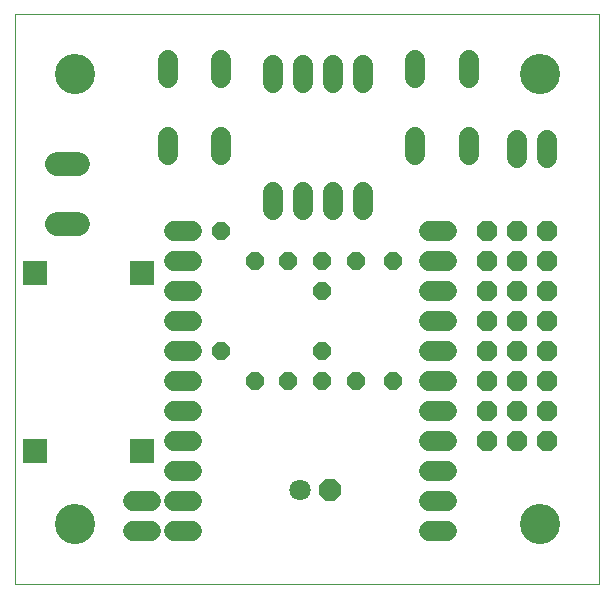
<source format=gts>
G75*
%MOIN*%
%OFA0B0*%
%FSLAX25Y25*%
%IPPOS*%
%LPD*%
%AMOC8*
5,1,8,0,0,1.08239X$1,22.5*
%
%ADD10C,0.00000*%
%ADD11C,0.06800*%
%ADD12R,0.08400X0.08400*%
%ADD13C,0.07850*%
%ADD14OC8,0.06000*%
%ADD15OC8,0.07100*%
%ADD16C,0.07100*%
%ADD17OC8,0.06800*%
%ADD18C,0.13398*%
D10*
X0006600Y0001600D02*
X0006600Y0191561D01*
X0201551Y0191561D01*
X0201551Y0001600D01*
X0006600Y0001600D01*
X0020301Y0021600D02*
X0020303Y0021758D01*
X0020309Y0021916D01*
X0020319Y0022074D01*
X0020333Y0022232D01*
X0020351Y0022389D01*
X0020372Y0022546D01*
X0020398Y0022702D01*
X0020428Y0022858D01*
X0020461Y0023013D01*
X0020499Y0023166D01*
X0020540Y0023319D01*
X0020585Y0023471D01*
X0020634Y0023622D01*
X0020687Y0023771D01*
X0020743Y0023919D01*
X0020803Y0024065D01*
X0020867Y0024210D01*
X0020935Y0024353D01*
X0021006Y0024495D01*
X0021080Y0024635D01*
X0021158Y0024772D01*
X0021240Y0024908D01*
X0021324Y0025042D01*
X0021413Y0025173D01*
X0021504Y0025302D01*
X0021599Y0025429D01*
X0021696Y0025554D01*
X0021797Y0025676D01*
X0021901Y0025795D01*
X0022008Y0025912D01*
X0022118Y0026026D01*
X0022231Y0026137D01*
X0022346Y0026246D01*
X0022464Y0026351D01*
X0022585Y0026453D01*
X0022708Y0026553D01*
X0022834Y0026649D01*
X0022962Y0026742D01*
X0023092Y0026832D01*
X0023225Y0026918D01*
X0023360Y0027002D01*
X0023496Y0027081D01*
X0023635Y0027158D01*
X0023776Y0027230D01*
X0023918Y0027300D01*
X0024062Y0027365D01*
X0024208Y0027427D01*
X0024355Y0027485D01*
X0024504Y0027540D01*
X0024654Y0027591D01*
X0024805Y0027638D01*
X0024957Y0027681D01*
X0025110Y0027720D01*
X0025265Y0027756D01*
X0025420Y0027787D01*
X0025576Y0027815D01*
X0025732Y0027839D01*
X0025889Y0027859D01*
X0026047Y0027875D01*
X0026204Y0027887D01*
X0026363Y0027895D01*
X0026521Y0027899D01*
X0026679Y0027899D01*
X0026837Y0027895D01*
X0026996Y0027887D01*
X0027153Y0027875D01*
X0027311Y0027859D01*
X0027468Y0027839D01*
X0027624Y0027815D01*
X0027780Y0027787D01*
X0027935Y0027756D01*
X0028090Y0027720D01*
X0028243Y0027681D01*
X0028395Y0027638D01*
X0028546Y0027591D01*
X0028696Y0027540D01*
X0028845Y0027485D01*
X0028992Y0027427D01*
X0029138Y0027365D01*
X0029282Y0027300D01*
X0029424Y0027230D01*
X0029565Y0027158D01*
X0029704Y0027081D01*
X0029840Y0027002D01*
X0029975Y0026918D01*
X0030108Y0026832D01*
X0030238Y0026742D01*
X0030366Y0026649D01*
X0030492Y0026553D01*
X0030615Y0026453D01*
X0030736Y0026351D01*
X0030854Y0026246D01*
X0030969Y0026137D01*
X0031082Y0026026D01*
X0031192Y0025912D01*
X0031299Y0025795D01*
X0031403Y0025676D01*
X0031504Y0025554D01*
X0031601Y0025429D01*
X0031696Y0025302D01*
X0031787Y0025173D01*
X0031876Y0025042D01*
X0031960Y0024908D01*
X0032042Y0024772D01*
X0032120Y0024635D01*
X0032194Y0024495D01*
X0032265Y0024353D01*
X0032333Y0024210D01*
X0032397Y0024065D01*
X0032457Y0023919D01*
X0032513Y0023771D01*
X0032566Y0023622D01*
X0032615Y0023471D01*
X0032660Y0023319D01*
X0032701Y0023166D01*
X0032739Y0023013D01*
X0032772Y0022858D01*
X0032802Y0022702D01*
X0032828Y0022546D01*
X0032849Y0022389D01*
X0032867Y0022232D01*
X0032881Y0022074D01*
X0032891Y0021916D01*
X0032897Y0021758D01*
X0032899Y0021600D01*
X0032897Y0021442D01*
X0032891Y0021284D01*
X0032881Y0021126D01*
X0032867Y0020968D01*
X0032849Y0020811D01*
X0032828Y0020654D01*
X0032802Y0020498D01*
X0032772Y0020342D01*
X0032739Y0020187D01*
X0032701Y0020034D01*
X0032660Y0019881D01*
X0032615Y0019729D01*
X0032566Y0019578D01*
X0032513Y0019429D01*
X0032457Y0019281D01*
X0032397Y0019135D01*
X0032333Y0018990D01*
X0032265Y0018847D01*
X0032194Y0018705D01*
X0032120Y0018565D01*
X0032042Y0018428D01*
X0031960Y0018292D01*
X0031876Y0018158D01*
X0031787Y0018027D01*
X0031696Y0017898D01*
X0031601Y0017771D01*
X0031504Y0017646D01*
X0031403Y0017524D01*
X0031299Y0017405D01*
X0031192Y0017288D01*
X0031082Y0017174D01*
X0030969Y0017063D01*
X0030854Y0016954D01*
X0030736Y0016849D01*
X0030615Y0016747D01*
X0030492Y0016647D01*
X0030366Y0016551D01*
X0030238Y0016458D01*
X0030108Y0016368D01*
X0029975Y0016282D01*
X0029840Y0016198D01*
X0029704Y0016119D01*
X0029565Y0016042D01*
X0029424Y0015970D01*
X0029282Y0015900D01*
X0029138Y0015835D01*
X0028992Y0015773D01*
X0028845Y0015715D01*
X0028696Y0015660D01*
X0028546Y0015609D01*
X0028395Y0015562D01*
X0028243Y0015519D01*
X0028090Y0015480D01*
X0027935Y0015444D01*
X0027780Y0015413D01*
X0027624Y0015385D01*
X0027468Y0015361D01*
X0027311Y0015341D01*
X0027153Y0015325D01*
X0026996Y0015313D01*
X0026837Y0015305D01*
X0026679Y0015301D01*
X0026521Y0015301D01*
X0026363Y0015305D01*
X0026204Y0015313D01*
X0026047Y0015325D01*
X0025889Y0015341D01*
X0025732Y0015361D01*
X0025576Y0015385D01*
X0025420Y0015413D01*
X0025265Y0015444D01*
X0025110Y0015480D01*
X0024957Y0015519D01*
X0024805Y0015562D01*
X0024654Y0015609D01*
X0024504Y0015660D01*
X0024355Y0015715D01*
X0024208Y0015773D01*
X0024062Y0015835D01*
X0023918Y0015900D01*
X0023776Y0015970D01*
X0023635Y0016042D01*
X0023496Y0016119D01*
X0023360Y0016198D01*
X0023225Y0016282D01*
X0023092Y0016368D01*
X0022962Y0016458D01*
X0022834Y0016551D01*
X0022708Y0016647D01*
X0022585Y0016747D01*
X0022464Y0016849D01*
X0022346Y0016954D01*
X0022231Y0017063D01*
X0022118Y0017174D01*
X0022008Y0017288D01*
X0021901Y0017405D01*
X0021797Y0017524D01*
X0021696Y0017646D01*
X0021599Y0017771D01*
X0021504Y0017898D01*
X0021413Y0018027D01*
X0021324Y0018158D01*
X0021240Y0018292D01*
X0021158Y0018428D01*
X0021080Y0018565D01*
X0021006Y0018705D01*
X0020935Y0018847D01*
X0020867Y0018990D01*
X0020803Y0019135D01*
X0020743Y0019281D01*
X0020687Y0019429D01*
X0020634Y0019578D01*
X0020585Y0019729D01*
X0020540Y0019881D01*
X0020499Y0020034D01*
X0020461Y0020187D01*
X0020428Y0020342D01*
X0020398Y0020498D01*
X0020372Y0020654D01*
X0020351Y0020811D01*
X0020333Y0020968D01*
X0020319Y0021126D01*
X0020309Y0021284D01*
X0020303Y0021442D01*
X0020301Y0021600D01*
X0020301Y0171600D02*
X0020303Y0171758D01*
X0020309Y0171916D01*
X0020319Y0172074D01*
X0020333Y0172232D01*
X0020351Y0172389D01*
X0020372Y0172546D01*
X0020398Y0172702D01*
X0020428Y0172858D01*
X0020461Y0173013D01*
X0020499Y0173166D01*
X0020540Y0173319D01*
X0020585Y0173471D01*
X0020634Y0173622D01*
X0020687Y0173771D01*
X0020743Y0173919D01*
X0020803Y0174065D01*
X0020867Y0174210D01*
X0020935Y0174353D01*
X0021006Y0174495D01*
X0021080Y0174635D01*
X0021158Y0174772D01*
X0021240Y0174908D01*
X0021324Y0175042D01*
X0021413Y0175173D01*
X0021504Y0175302D01*
X0021599Y0175429D01*
X0021696Y0175554D01*
X0021797Y0175676D01*
X0021901Y0175795D01*
X0022008Y0175912D01*
X0022118Y0176026D01*
X0022231Y0176137D01*
X0022346Y0176246D01*
X0022464Y0176351D01*
X0022585Y0176453D01*
X0022708Y0176553D01*
X0022834Y0176649D01*
X0022962Y0176742D01*
X0023092Y0176832D01*
X0023225Y0176918D01*
X0023360Y0177002D01*
X0023496Y0177081D01*
X0023635Y0177158D01*
X0023776Y0177230D01*
X0023918Y0177300D01*
X0024062Y0177365D01*
X0024208Y0177427D01*
X0024355Y0177485D01*
X0024504Y0177540D01*
X0024654Y0177591D01*
X0024805Y0177638D01*
X0024957Y0177681D01*
X0025110Y0177720D01*
X0025265Y0177756D01*
X0025420Y0177787D01*
X0025576Y0177815D01*
X0025732Y0177839D01*
X0025889Y0177859D01*
X0026047Y0177875D01*
X0026204Y0177887D01*
X0026363Y0177895D01*
X0026521Y0177899D01*
X0026679Y0177899D01*
X0026837Y0177895D01*
X0026996Y0177887D01*
X0027153Y0177875D01*
X0027311Y0177859D01*
X0027468Y0177839D01*
X0027624Y0177815D01*
X0027780Y0177787D01*
X0027935Y0177756D01*
X0028090Y0177720D01*
X0028243Y0177681D01*
X0028395Y0177638D01*
X0028546Y0177591D01*
X0028696Y0177540D01*
X0028845Y0177485D01*
X0028992Y0177427D01*
X0029138Y0177365D01*
X0029282Y0177300D01*
X0029424Y0177230D01*
X0029565Y0177158D01*
X0029704Y0177081D01*
X0029840Y0177002D01*
X0029975Y0176918D01*
X0030108Y0176832D01*
X0030238Y0176742D01*
X0030366Y0176649D01*
X0030492Y0176553D01*
X0030615Y0176453D01*
X0030736Y0176351D01*
X0030854Y0176246D01*
X0030969Y0176137D01*
X0031082Y0176026D01*
X0031192Y0175912D01*
X0031299Y0175795D01*
X0031403Y0175676D01*
X0031504Y0175554D01*
X0031601Y0175429D01*
X0031696Y0175302D01*
X0031787Y0175173D01*
X0031876Y0175042D01*
X0031960Y0174908D01*
X0032042Y0174772D01*
X0032120Y0174635D01*
X0032194Y0174495D01*
X0032265Y0174353D01*
X0032333Y0174210D01*
X0032397Y0174065D01*
X0032457Y0173919D01*
X0032513Y0173771D01*
X0032566Y0173622D01*
X0032615Y0173471D01*
X0032660Y0173319D01*
X0032701Y0173166D01*
X0032739Y0173013D01*
X0032772Y0172858D01*
X0032802Y0172702D01*
X0032828Y0172546D01*
X0032849Y0172389D01*
X0032867Y0172232D01*
X0032881Y0172074D01*
X0032891Y0171916D01*
X0032897Y0171758D01*
X0032899Y0171600D01*
X0032897Y0171442D01*
X0032891Y0171284D01*
X0032881Y0171126D01*
X0032867Y0170968D01*
X0032849Y0170811D01*
X0032828Y0170654D01*
X0032802Y0170498D01*
X0032772Y0170342D01*
X0032739Y0170187D01*
X0032701Y0170034D01*
X0032660Y0169881D01*
X0032615Y0169729D01*
X0032566Y0169578D01*
X0032513Y0169429D01*
X0032457Y0169281D01*
X0032397Y0169135D01*
X0032333Y0168990D01*
X0032265Y0168847D01*
X0032194Y0168705D01*
X0032120Y0168565D01*
X0032042Y0168428D01*
X0031960Y0168292D01*
X0031876Y0168158D01*
X0031787Y0168027D01*
X0031696Y0167898D01*
X0031601Y0167771D01*
X0031504Y0167646D01*
X0031403Y0167524D01*
X0031299Y0167405D01*
X0031192Y0167288D01*
X0031082Y0167174D01*
X0030969Y0167063D01*
X0030854Y0166954D01*
X0030736Y0166849D01*
X0030615Y0166747D01*
X0030492Y0166647D01*
X0030366Y0166551D01*
X0030238Y0166458D01*
X0030108Y0166368D01*
X0029975Y0166282D01*
X0029840Y0166198D01*
X0029704Y0166119D01*
X0029565Y0166042D01*
X0029424Y0165970D01*
X0029282Y0165900D01*
X0029138Y0165835D01*
X0028992Y0165773D01*
X0028845Y0165715D01*
X0028696Y0165660D01*
X0028546Y0165609D01*
X0028395Y0165562D01*
X0028243Y0165519D01*
X0028090Y0165480D01*
X0027935Y0165444D01*
X0027780Y0165413D01*
X0027624Y0165385D01*
X0027468Y0165361D01*
X0027311Y0165341D01*
X0027153Y0165325D01*
X0026996Y0165313D01*
X0026837Y0165305D01*
X0026679Y0165301D01*
X0026521Y0165301D01*
X0026363Y0165305D01*
X0026204Y0165313D01*
X0026047Y0165325D01*
X0025889Y0165341D01*
X0025732Y0165361D01*
X0025576Y0165385D01*
X0025420Y0165413D01*
X0025265Y0165444D01*
X0025110Y0165480D01*
X0024957Y0165519D01*
X0024805Y0165562D01*
X0024654Y0165609D01*
X0024504Y0165660D01*
X0024355Y0165715D01*
X0024208Y0165773D01*
X0024062Y0165835D01*
X0023918Y0165900D01*
X0023776Y0165970D01*
X0023635Y0166042D01*
X0023496Y0166119D01*
X0023360Y0166198D01*
X0023225Y0166282D01*
X0023092Y0166368D01*
X0022962Y0166458D01*
X0022834Y0166551D01*
X0022708Y0166647D01*
X0022585Y0166747D01*
X0022464Y0166849D01*
X0022346Y0166954D01*
X0022231Y0167063D01*
X0022118Y0167174D01*
X0022008Y0167288D01*
X0021901Y0167405D01*
X0021797Y0167524D01*
X0021696Y0167646D01*
X0021599Y0167771D01*
X0021504Y0167898D01*
X0021413Y0168027D01*
X0021324Y0168158D01*
X0021240Y0168292D01*
X0021158Y0168428D01*
X0021080Y0168565D01*
X0021006Y0168705D01*
X0020935Y0168847D01*
X0020867Y0168990D01*
X0020803Y0169135D01*
X0020743Y0169281D01*
X0020687Y0169429D01*
X0020634Y0169578D01*
X0020585Y0169729D01*
X0020540Y0169881D01*
X0020499Y0170034D01*
X0020461Y0170187D01*
X0020428Y0170342D01*
X0020398Y0170498D01*
X0020372Y0170654D01*
X0020351Y0170811D01*
X0020333Y0170968D01*
X0020319Y0171126D01*
X0020309Y0171284D01*
X0020303Y0171442D01*
X0020301Y0171600D01*
X0175301Y0171600D02*
X0175303Y0171758D01*
X0175309Y0171916D01*
X0175319Y0172074D01*
X0175333Y0172232D01*
X0175351Y0172389D01*
X0175372Y0172546D01*
X0175398Y0172702D01*
X0175428Y0172858D01*
X0175461Y0173013D01*
X0175499Y0173166D01*
X0175540Y0173319D01*
X0175585Y0173471D01*
X0175634Y0173622D01*
X0175687Y0173771D01*
X0175743Y0173919D01*
X0175803Y0174065D01*
X0175867Y0174210D01*
X0175935Y0174353D01*
X0176006Y0174495D01*
X0176080Y0174635D01*
X0176158Y0174772D01*
X0176240Y0174908D01*
X0176324Y0175042D01*
X0176413Y0175173D01*
X0176504Y0175302D01*
X0176599Y0175429D01*
X0176696Y0175554D01*
X0176797Y0175676D01*
X0176901Y0175795D01*
X0177008Y0175912D01*
X0177118Y0176026D01*
X0177231Y0176137D01*
X0177346Y0176246D01*
X0177464Y0176351D01*
X0177585Y0176453D01*
X0177708Y0176553D01*
X0177834Y0176649D01*
X0177962Y0176742D01*
X0178092Y0176832D01*
X0178225Y0176918D01*
X0178360Y0177002D01*
X0178496Y0177081D01*
X0178635Y0177158D01*
X0178776Y0177230D01*
X0178918Y0177300D01*
X0179062Y0177365D01*
X0179208Y0177427D01*
X0179355Y0177485D01*
X0179504Y0177540D01*
X0179654Y0177591D01*
X0179805Y0177638D01*
X0179957Y0177681D01*
X0180110Y0177720D01*
X0180265Y0177756D01*
X0180420Y0177787D01*
X0180576Y0177815D01*
X0180732Y0177839D01*
X0180889Y0177859D01*
X0181047Y0177875D01*
X0181204Y0177887D01*
X0181363Y0177895D01*
X0181521Y0177899D01*
X0181679Y0177899D01*
X0181837Y0177895D01*
X0181996Y0177887D01*
X0182153Y0177875D01*
X0182311Y0177859D01*
X0182468Y0177839D01*
X0182624Y0177815D01*
X0182780Y0177787D01*
X0182935Y0177756D01*
X0183090Y0177720D01*
X0183243Y0177681D01*
X0183395Y0177638D01*
X0183546Y0177591D01*
X0183696Y0177540D01*
X0183845Y0177485D01*
X0183992Y0177427D01*
X0184138Y0177365D01*
X0184282Y0177300D01*
X0184424Y0177230D01*
X0184565Y0177158D01*
X0184704Y0177081D01*
X0184840Y0177002D01*
X0184975Y0176918D01*
X0185108Y0176832D01*
X0185238Y0176742D01*
X0185366Y0176649D01*
X0185492Y0176553D01*
X0185615Y0176453D01*
X0185736Y0176351D01*
X0185854Y0176246D01*
X0185969Y0176137D01*
X0186082Y0176026D01*
X0186192Y0175912D01*
X0186299Y0175795D01*
X0186403Y0175676D01*
X0186504Y0175554D01*
X0186601Y0175429D01*
X0186696Y0175302D01*
X0186787Y0175173D01*
X0186876Y0175042D01*
X0186960Y0174908D01*
X0187042Y0174772D01*
X0187120Y0174635D01*
X0187194Y0174495D01*
X0187265Y0174353D01*
X0187333Y0174210D01*
X0187397Y0174065D01*
X0187457Y0173919D01*
X0187513Y0173771D01*
X0187566Y0173622D01*
X0187615Y0173471D01*
X0187660Y0173319D01*
X0187701Y0173166D01*
X0187739Y0173013D01*
X0187772Y0172858D01*
X0187802Y0172702D01*
X0187828Y0172546D01*
X0187849Y0172389D01*
X0187867Y0172232D01*
X0187881Y0172074D01*
X0187891Y0171916D01*
X0187897Y0171758D01*
X0187899Y0171600D01*
X0187897Y0171442D01*
X0187891Y0171284D01*
X0187881Y0171126D01*
X0187867Y0170968D01*
X0187849Y0170811D01*
X0187828Y0170654D01*
X0187802Y0170498D01*
X0187772Y0170342D01*
X0187739Y0170187D01*
X0187701Y0170034D01*
X0187660Y0169881D01*
X0187615Y0169729D01*
X0187566Y0169578D01*
X0187513Y0169429D01*
X0187457Y0169281D01*
X0187397Y0169135D01*
X0187333Y0168990D01*
X0187265Y0168847D01*
X0187194Y0168705D01*
X0187120Y0168565D01*
X0187042Y0168428D01*
X0186960Y0168292D01*
X0186876Y0168158D01*
X0186787Y0168027D01*
X0186696Y0167898D01*
X0186601Y0167771D01*
X0186504Y0167646D01*
X0186403Y0167524D01*
X0186299Y0167405D01*
X0186192Y0167288D01*
X0186082Y0167174D01*
X0185969Y0167063D01*
X0185854Y0166954D01*
X0185736Y0166849D01*
X0185615Y0166747D01*
X0185492Y0166647D01*
X0185366Y0166551D01*
X0185238Y0166458D01*
X0185108Y0166368D01*
X0184975Y0166282D01*
X0184840Y0166198D01*
X0184704Y0166119D01*
X0184565Y0166042D01*
X0184424Y0165970D01*
X0184282Y0165900D01*
X0184138Y0165835D01*
X0183992Y0165773D01*
X0183845Y0165715D01*
X0183696Y0165660D01*
X0183546Y0165609D01*
X0183395Y0165562D01*
X0183243Y0165519D01*
X0183090Y0165480D01*
X0182935Y0165444D01*
X0182780Y0165413D01*
X0182624Y0165385D01*
X0182468Y0165361D01*
X0182311Y0165341D01*
X0182153Y0165325D01*
X0181996Y0165313D01*
X0181837Y0165305D01*
X0181679Y0165301D01*
X0181521Y0165301D01*
X0181363Y0165305D01*
X0181204Y0165313D01*
X0181047Y0165325D01*
X0180889Y0165341D01*
X0180732Y0165361D01*
X0180576Y0165385D01*
X0180420Y0165413D01*
X0180265Y0165444D01*
X0180110Y0165480D01*
X0179957Y0165519D01*
X0179805Y0165562D01*
X0179654Y0165609D01*
X0179504Y0165660D01*
X0179355Y0165715D01*
X0179208Y0165773D01*
X0179062Y0165835D01*
X0178918Y0165900D01*
X0178776Y0165970D01*
X0178635Y0166042D01*
X0178496Y0166119D01*
X0178360Y0166198D01*
X0178225Y0166282D01*
X0178092Y0166368D01*
X0177962Y0166458D01*
X0177834Y0166551D01*
X0177708Y0166647D01*
X0177585Y0166747D01*
X0177464Y0166849D01*
X0177346Y0166954D01*
X0177231Y0167063D01*
X0177118Y0167174D01*
X0177008Y0167288D01*
X0176901Y0167405D01*
X0176797Y0167524D01*
X0176696Y0167646D01*
X0176599Y0167771D01*
X0176504Y0167898D01*
X0176413Y0168027D01*
X0176324Y0168158D01*
X0176240Y0168292D01*
X0176158Y0168428D01*
X0176080Y0168565D01*
X0176006Y0168705D01*
X0175935Y0168847D01*
X0175867Y0168990D01*
X0175803Y0169135D01*
X0175743Y0169281D01*
X0175687Y0169429D01*
X0175634Y0169578D01*
X0175585Y0169729D01*
X0175540Y0169881D01*
X0175499Y0170034D01*
X0175461Y0170187D01*
X0175428Y0170342D01*
X0175398Y0170498D01*
X0175372Y0170654D01*
X0175351Y0170811D01*
X0175333Y0170968D01*
X0175319Y0171126D01*
X0175309Y0171284D01*
X0175303Y0171442D01*
X0175301Y0171600D01*
X0175301Y0021600D02*
X0175303Y0021758D01*
X0175309Y0021916D01*
X0175319Y0022074D01*
X0175333Y0022232D01*
X0175351Y0022389D01*
X0175372Y0022546D01*
X0175398Y0022702D01*
X0175428Y0022858D01*
X0175461Y0023013D01*
X0175499Y0023166D01*
X0175540Y0023319D01*
X0175585Y0023471D01*
X0175634Y0023622D01*
X0175687Y0023771D01*
X0175743Y0023919D01*
X0175803Y0024065D01*
X0175867Y0024210D01*
X0175935Y0024353D01*
X0176006Y0024495D01*
X0176080Y0024635D01*
X0176158Y0024772D01*
X0176240Y0024908D01*
X0176324Y0025042D01*
X0176413Y0025173D01*
X0176504Y0025302D01*
X0176599Y0025429D01*
X0176696Y0025554D01*
X0176797Y0025676D01*
X0176901Y0025795D01*
X0177008Y0025912D01*
X0177118Y0026026D01*
X0177231Y0026137D01*
X0177346Y0026246D01*
X0177464Y0026351D01*
X0177585Y0026453D01*
X0177708Y0026553D01*
X0177834Y0026649D01*
X0177962Y0026742D01*
X0178092Y0026832D01*
X0178225Y0026918D01*
X0178360Y0027002D01*
X0178496Y0027081D01*
X0178635Y0027158D01*
X0178776Y0027230D01*
X0178918Y0027300D01*
X0179062Y0027365D01*
X0179208Y0027427D01*
X0179355Y0027485D01*
X0179504Y0027540D01*
X0179654Y0027591D01*
X0179805Y0027638D01*
X0179957Y0027681D01*
X0180110Y0027720D01*
X0180265Y0027756D01*
X0180420Y0027787D01*
X0180576Y0027815D01*
X0180732Y0027839D01*
X0180889Y0027859D01*
X0181047Y0027875D01*
X0181204Y0027887D01*
X0181363Y0027895D01*
X0181521Y0027899D01*
X0181679Y0027899D01*
X0181837Y0027895D01*
X0181996Y0027887D01*
X0182153Y0027875D01*
X0182311Y0027859D01*
X0182468Y0027839D01*
X0182624Y0027815D01*
X0182780Y0027787D01*
X0182935Y0027756D01*
X0183090Y0027720D01*
X0183243Y0027681D01*
X0183395Y0027638D01*
X0183546Y0027591D01*
X0183696Y0027540D01*
X0183845Y0027485D01*
X0183992Y0027427D01*
X0184138Y0027365D01*
X0184282Y0027300D01*
X0184424Y0027230D01*
X0184565Y0027158D01*
X0184704Y0027081D01*
X0184840Y0027002D01*
X0184975Y0026918D01*
X0185108Y0026832D01*
X0185238Y0026742D01*
X0185366Y0026649D01*
X0185492Y0026553D01*
X0185615Y0026453D01*
X0185736Y0026351D01*
X0185854Y0026246D01*
X0185969Y0026137D01*
X0186082Y0026026D01*
X0186192Y0025912D01*
X0186299Y0025795D01*
X0186403Y0025676D01*
X0186504Y0025554D01*
X0186601Y0025429D01*
X0186696Y0025302D01*
X0186787Y0025173D01*
X0186876Y0025042D01*
X0186960Y0024908D01*
X0187042Y0024772D01*
X0187120Y0024635D01*
X0187194Y0024495D01*
X0187265Y0024353D01*
X0187333Y0024210D01*
X0187397Y0024065D01*
X0187457Y0023919D01*
X0187513Y0023771D01*
X0187566Y0023622D01*
X0187615Y0023471D01*
X0187660Y0023319D01*
X0187701Y0023166D01*
X0187739Y0023013D01*
X0187772Y0022858D01*
X0187802Y0022702D01*
X0187828Y0022546D01*
X0187849Y0022389D01*
X0187867Y0022232D01*
X0187881Y0022074D01*
X0187891Y0021916D01*
X0187897Y0021758D01*
X0187899Y0021600D01*
X0187897Y0021442D01*
X0187891Y0021284D01*
X0187881Y0021126D01*
X0187867Y0020968D01*
X0187849Y0020811D01*
X0187828Y0020654D01*
X0187802Y0020498D01*
X0187772Y0020342D01*
X0187739Y0020187D01*
X0187701Y0020034D01*
X0187660Y0019881D01*
X0187615Y0019729D01*
X0187566Y0019578D01*
X0187513Y0019429D01*
X0187457Y0019281D01*
X0187397Y0019135D01*
X0187333Y0018990D01*
X0187265Y0018847D01*
X0187194Y0018705D01*
X0187120Y0018565D01*
X0187042Y0018428D01*
X0186960Y0018292D01*
X0186876Y0018158D01*
X0186787Y0018027D01*
X0186696Y0017898D01*
X0186601Y0017771D01*
X0186504Y0017646D01*
X0186403Y0017524D01*
X0186299Y0017405D01*
X0186192Y0017288D01*
X0186082Y0017174D01*
X0185969Y0017063D01*
X0185854Y0016954D01*
X0185736Y0016849D01*
X0185615Y0016747D01*
X0185492Y0016647D01*
X0185366Y0016551D01*
X0185238Y0016458D01*
X0185108Y0016368D01*
X0184975Y0016282D01*
X0184840Y0016198D01*
X0184704Y0016119D01*
X0184565Y0016042D01*
X0184424Y0015970D01*
X0184282Y0015900D01*
X0184138Y0015835D01*
X0183992Y0015773D01*
X0183845Y0015715D01*
X0183696Y0015660D01*
X0183546Y0015609D01*
X0183395Y0015562D01*
X0183243Y0015519D01*
X0183090Y0015480D01*
X0182935Y0015444D01*
X0182780Y0015413D01*
X0182624Y0015385D01*
X0182468Y0015361D01*
X0182311Y0015341D01*
X0182153Y0015325D01*
X0181996Y0015313D01*
X0181837Y0015305D01*
X0181679Y0015301D01*
X0181521Y0015301D01*
X0181363Y0015305D01*
X0181204Y0015313D01*
X0181047Y0015325D01*
X0180889Y0015341D01*
X0180732Y0015361D01*
X0180576Y0015385D01*
X0180420Y0015413D01*
X0180265Y0015444D01*
X0180110Y0015480D01*
X0179957Y0015519D01*
X0179805Y0015562D01*
X0179654Y0015609D01*
X0179504Y0015660D01*
X0179355Y0015715D01*
X0179208Y0015773D01*
X0179062Y0015835D01*
X0178918Y0015900D01*
X0178776Y0015970D01*
X0178635Y0016042D01*
X0178496Y0016119D01*
X0178360Y0016198D01*
X0178225Y0016282D01*
X0178092Y0016368D01*
X0177962Y0016458D01*
X0177834Y0016551D01*
X0177708Y0016647D01*
X0177585Y0016747D01*
X0177464Y0016849D01*
X0177346Y0016954D01*
X0177231Y0017063D01*
X0177118Y0017174D01*
X0177008Y0017288D01*
X0176901Y0017405D01*
X0176797Y0017524D01*
X0176696Y0017646D01*
X0176599Y0017771D01*
X0176504Y0017898D01*
X0176413Y0018027D01*
X0176324Y0018158D01*
X0176240Y0018292D01*
X0176158Y0018428D01*
X0176080Y0018565D01*
X0176006Y0018705D01*
X0175935Y0018847D01*
X0175867Y0018990D01*
X0175803Y0019135D01*
X0175743Y0019281D01*
X0175687Y0019429D01*
X0175634Y0019578D01*
X0175585Y0019729D01*
X0175540Y0019881D01*
X0175499Y0020034D01*
X0175461Y0020187D01*
X0175428Y0020342D01*
X0175398Y0020498D01*
X0175372Y0020654D01*
X0175351Y0020811D01*
X0175333Y0020968D01*
X0175319Y0021126D01*
X0175309Y0021284D01*
X0175303Y0021442D01*
X0175301Y0021600D01*
D11*
X0150850Y0019100D02*
X0144850Y0019100D01*
X0144850Y0029100D02*
X0150850Y0029100D01*
X0150850Y0039100D02*
X0144850Y0039100D01*
X0144850Y0049100D02*
X0150850Y0049100D01*
X0150850Y0059100D02*
X0144850Y0059100D01*
X0144850Y0069100D02*
X0150850Y0069100D01*
X0150850Y0079100D02*
X0144850Y0079100D01*
X0144850Y0089100D02*
X0150850Y0089100D01*
X0150850Y0099100D02*
X0144850Y0099100D01*
X0144850Y0109100D02*
X0150850Y0109100D01*
X0150850Y0119100D02*
X0144850Y0119100D01*
X0122850Y0126100D02*
X0122850Y0132100D01*
X0112850Y0132100D02*
X0112850Y0126100D01*
X0102850Y0126100D02*
X0102850Y0132100D01*
X0092850Y0132100D02*
X0092850Y0126100D01*
X0075500Y0144550D02*
X0075500Y0150550D01*
X0057700Y0150550D02*
X0057700Y0144550D01*
X0059850Y0119100D02*
X0065850Y0119100D01*
X0065850Y0109100D02*
X0059850Y0109100D01*
X0059850Y0099100D02*
X0065850Y0099100D01*
X0065850Y0089100D02*
X0059850Y0089100D01*
X0059850Y0079100D02*
X0065850Y0079100D01*
X0065850Y0069100D02*
X0059850Y0069100D01*
X0059850Y0059100D02*
X0065850Y0059100D01*
X0065850Y0049100D02*
X0059850Y0049100D01*
X0059850Y0039100D02*
X0065850Y0039100D01*
X0065850Y0029100D02*
X0059850Y0029100D01*
X0052100Y0029100D02*
X0046100Y0029100D01*
X0046100Y0019100D02*
X0052100Y0019100D01*
X0059850Y0019100D02*
X0065850Y0019100D01*
X0140200Y0144550D02*
X0140200Y0150550D01*
X0158000Y0150550D02*
X0158000Y0144550D01*
X0174100Y0143600D02*
X0174100Y0149600D01*
X0184100Y0149600D02*
X0184100Y0143600D01*
X0158000Y0170150D02*
X0158000Y0176150D01*
X0140200Y0176150D02*
X0140200Y0170150D01*
X0122850Y0168600D02*
X0122850Y0174600D01*
X0112850Y0174600D02*
X0112850Y0168600D01*
X0102850Y0168600D02*
X0102850Y0174600D01*
X0092850Y0174600D02*
X0092850Y0168600D01*
X0075500Y0170150D02*
X0075500Y0176150D01*
X0057700Y0176150D02*
X0057700Y0170150D01*
D12*
X0049050Y0105300D03*
X0013343Y0105300D03*
X0013343Y0045971D03*
X0049050Y0045971D03*
D13*
X0027625Y0121600D02*
X0020575Y0121600D01*
X0020575Y0141600D02*
X0027625Y0141600D01*
D14*
X0075350Y0119100D03*
X0086600Y0109100D03*
X0097850Y0109100D03*
X0109100Y0109100D03*
X0109100Y0099100D03*
X0120350Y0109100D03*
X0132850Y0109100D03*
X0109100Y0079100D03*
X0109100Y0069100D03*
X0097850Y0069100D03*
X0086600Y0069100D03*
X0075350Y0079100D03*
X0120350Y0069100D03*
X0132850Y0069100D03*
D15*
X0111600Y0032850D03*
D16*
X0101600Y0032850D03*
D17*
X0164100Y0049100D03*
X0164100Y0059100D03*
X0164100Y0069100D03*
X0164100Y0079100D03*
X0174100Y0079100D03*
X0174100Y0079100D03*
X0174100Y0069100D03*
X0174100Y0069100D03*
X0174100Y0059100D03*
X0174100Y0059100D03*
X0174100Y0049100D03*
X0174100Y0049100D03*
X0184100Y0049100D03*
X0184100Y0059100D03*
X0184100Y0069100D03*
X0184100Y0079100D03*
X0184100Y0089100D03*
X0184100Y0099100D03*
X0184100Y0109100D03*
X0184100Y0119100D03*
X0174100Y0119100D03*
X0174100Y0119100D03*
X0174100Y0109100D03*
X0174100Y0109100D03*
X0174100Y0099100D03*
X0174100Y0099100D03*
X0174100Y0089100D03*
X0174100Y0089100D03*
X0164100Y0089100D03*
X0164100Y0099100D03*
X0164100Y0109100D03*
X0164100Y0119100D03*
D18*
X0181600Y0171600D03*
X0026600Y0171600D03*
X0026600Y0021600D03*
X0181600Y0021600D03*
M02*

</source>
